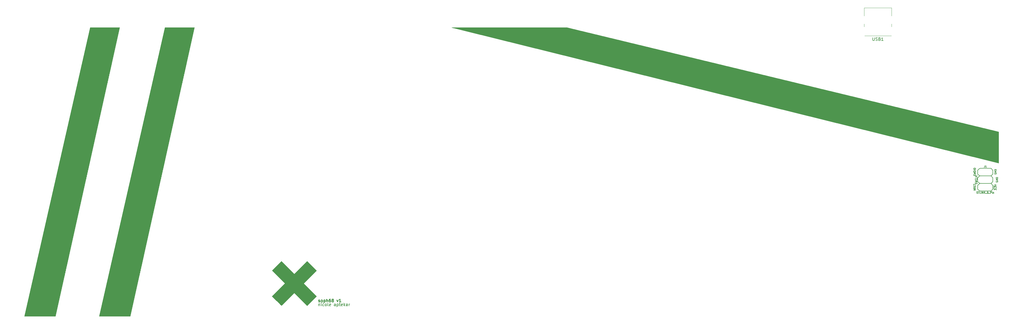
<source format=gbr>
G04 #@! TF.GenerationSoftware,KiCad,Pcbnew,(5.1.4)-1*
G04 #@! TF.CreationDate,2020-07-02T23:01:46-04:00*
G04 #@! TF.ProjectId,soph68,736f7068-3638-42e6-9b69-6361645f7063,rev?*
G04 #@! TF.SameCoordinates,Original*
G04 #@! TF.FileFunction,Legend,Top*
G04 #@! TF.FilePolarity,Positive*
%FSLAX46Y46*%
G04 Gerber Fmt 4.6, Leading zero omitted, Abs format (unit mm)*
G04 Created by KiCad (PCBNEW (5.1.4)-1) date 2020-07-02 23:01:46*
%MOMM*%
%LPD*%
G04 APERTURE LIST*
%ADD10C,0.100000*%
%ADD11C,0.250000*%
%ADD12C,0.150000*%
%ADD13C,0.120000*%
%ADD14C,0.203200*%
%ADD15C,0.127000*%
G04 APERTURE END LIST*
D10*
G36*
X352425000Y-82550000D02*
G01*
X352425000Y-93091000D01*
X168529000Y-47498000D01*
X207264000Y-47498000D01*
X352425000Y-82550000D01*
G37*
X352425000Y-82550000D02*
X352425000Y-93091000D01*
X168529000Y-47498000D01*
X207264000Y-47498000D01*
X352425000Y-82550000D01*
G36*
X60452000Y-144526000D02*
G01*
X50038000Y-144526000D01*
X72136000Y-47498000D01*
X82042000Y-47498000D01*
X60452000Y-144526000D01*
G37*
X60452000Y-144526000D02*
X50038000Y-144526000D01*
X72136000Y-47498000D01*
X82042000Y-47498000D01*
X60452000Y-144526000D01*
G36*
X35306000Y-144526000D02*
G01*
X24892000Y-144526000D01*
X46990000Y-47498000D01*
X56896000Y-47498000D01*
X35306000Y-144526000D01*
G37*
X35306000Y-144526000D02*
X24892000Y-144526000D01*
X46990000Y-47498000D01*
X56896000Y-47498000D01*
X35306000Y-144526000D01*
D11*
X123735935Y-139700901D02*
X123831173Y-139748520D01*
X124021649Y-139748520D01*
X124116887Y-139700901D01*
X124164506Y-139605663D01*
X124164506Y-139558044D01*
X124116887Y-139462806D01*
X124021649Y-139415187D01*
X123878792Y-139415187D01*
X123783554Y-139367568D01*
X123735935Y-139272330D01*
X123735935Y-139224711D01*
X123783554Y-139129473D01*
X123878792Y-139081854D01*
X124021649Y-139081854D01*
X124116887Y-139129473D01*
X124735935Y-139748520D02*
X124640697Y-139700901D01*
X124593078Y-139653282D01*
X124545459Y-139558044D01*
X124545459Y-139272330D01*
X124593078Y-139177092D01*
X124640697Y-139129473D01*
X124735935Y-139081854D01*
X124878792Y-139081854D01*
X124974030Y-139129473D01*
X125021649Y-139177092D01*
X125069268Y-139272330D01*
X125069268Y-139558044D01*
X125021649Y-139653282D01*
X124974030Y-139700901D01*
X124878792Y-139748520D01*
X124735935Y-139748520D01*
X125497840Y-139081854D02*
X125497840Y-140081854D01*
X125497840Y-139129473D02*
X125593078Y-139081854D01*
X125783554Y-139081854D01*
X125878792Y-139129473D01*
X125926411Y-139177092D01*
X125974030Y-139272330D01*
X125974030Y-139558044D01*
X125926411Y-139653282D01*
X125878792Y-139700901D01*
X125783554Y-139748520D01*
X125593078Y-139748520D01*
X125497840Y-139700901D01*
X126402601Y-139748520D02*
X126402601Y-138748520D01*
X126831173Y-139748520D02*
X126831173Y-139224711D01*
X126783554Y-139129473D01*
X126688316Y-139081854D01*
X126545459Y-139081854D01*
X126450220Y-139129473D01*
X126402601Y-139177092D01*
X127735935Y-138748520D02*
X127545459Y-138748520D01*
X127450220Y-138796140D01*
X127402601Y-138843759D01*
X127307363Y-138986616D01*
X127259744Y-139177092D01*
X127259744Y-139558044D01*
X127307363Y-139653282D01*
X127354982Y-139700901D01*
X127450220Y-139748520D01*
X127640697Y-139748520D01*
X127735935Y-139700901D01*
X127783554Y-139653282D01*
X127831173Y-139558044D01*
X127831173Y-139319949D01*
X127783554Y-139224711D01*
X127735935Y-139177092D01*
X127640697Y-139129473D01*
X127450220Y-139129473D01*
X127354982Y-139177092D01*
X127307363Y-139224711D01*
X127259744Y-139319949D01*
X128402601Y-139177092D02*
X128307363Y-139129473D01*
X128259744Y-139081854D01*
X128212125Y-138986616D01*
X128212125Y-138938997D01*
X128259744Y-138843759D01*
X128307363Y-138796140D01*
X128402601Y-138748520D01*
X128593078Y-138748520D01*
X128688316Y-138796140D01*
X128735935Y-138843759D01*
X128783554Y-138938997D01*
X128783554Y-138986616D01*
X128735935Y-139081854D01*
X128688316Y-139129473D01*
X128593078Y-139177092D01*
X128402601Y-139177092D01*
X128307363Y-139224711D01*
X128259744Y-139272330D01*
X128212125Y-139367568D01*
X128212125Y-139558044D01*
X128259744Y-139653282D01*
X128307363Y-139700901D01*
X128402601Y-139748520D01*
X128593078Y-139748520D01*
X128688316Y-139700901D01*
X128735935Y-139653282D01*
X128783554Y-139558044D01*
X128783554Y-139367568D01*
X128735935Y-139272330D01*
X128688316Y-139224711D01*
X128593078Y-139177092D01*
X129878792Y-139081854D02*
X130116887Y-139748520D01*
X130354982Y-139081854D01*
X131259744Y-139748520D02*
X130688316Y-139748520D01*
X130974030Y-139748520D02*
X130974030Y-138748520D01*
X130878792Y-138891378D01*
X130783554Y-138986616D01*
X130688316Y-139034235D01*
D12*
X123765323Y-140428054D02*
X123765323Y-141094720D01*
X123765323Y-140523292D02*
X123812942Y-140475673D01*
X123908180Y-140428054D01*
X124051038Y-140428054D01*
X124146276Y-140475673D01*
X124193895Y-140570911D01*
X124193895Y-141094720D01*
X124670085Y-141094720D02*
X124670085Y-140428054D01*
X124670085Y-140094720D02*
X124622466Y-140142340D01*
X124670085Y-140189959D01*
X124717704Y-140142340D01*
X124670085Y-140094720D01*
X124670085Y-140189959D01*
X125574847Y-141047101D02*
X125479609Y-141094720D01*
X125289133Y-141094720D01*
X125193895Y-141047101D01*
X125146276Y-140999482D01*
X125098657Y-140904244D01*
X125098657Y-140618530D01*
X125146276Y-140523292D01*
X125193895Y-140475673D01*
X125289133Y-140428054D01*
X125479609Y-140428054D01*
X125574847Y-140475673D01*
X126146276Y-141094720D02*
X126051038Y-141047101D01*
X126003419Y-140999482D01*
X125955800Y-140904244D01*
X125955800Y-140618530D01*
X126003419Y-140523292D01*
X126051038Y-140475673D01*
X126146276Y-140428054D01*
X126289133Y-140428054D01*
X126384371Y-140475673D01*
X126431990Y-140523292D01*
X126479609Y-140618530D01*
X126479609Y-140904244D01*
X126431990Y-140999482D01*
X126384371Y-141047101D01*
X126289133Y-141094720D01*
X126146276Y-141094720D01*
X127051038Y-141094720D02*
X126955800Y-141047101D01*
X126908180Y-140951863D01*
X126908180Y-140094720D01*
X127812942Y-141047101D02*
X127717704Y-141094720D01*
X127527228Y-141094720D01*
X127431990Y-141047101D01*
X127384371Y-140951863D01*
X127384371Y-140570911D01*
X127431990Y-140475673D01*
X127527228Y-140428054D01*
X127717704Y-140428054D01*
X127812942Y-140475673D01*
X127860561Y-140570911D01*
X127860561Y-140666149D01*
X127384371Y-140761387D01*
X129479609Y-141094720D02*
X129479609Y-140570911D01*
X129431990Y-140475673D01*
X129336752Y-140428054D01*
X129146276Y-140428054D01*
X129051038Y-140475673D01*
X129479609Y-141047101D02*
X129384371Y-141094720D01*
X129146276Y-141094720D01*
X129051038Y-141047101D01*
X129003419Y-140951863D01*
X129003419Y-140856625D01*
X129051038Y-140761387D01*
X129146276Y-140713768D01*
X129384371Y-140713768D01*
X129479609Y-140666149D01*
X129955800Y-140428054D02*
X129955800Y-141428054D01*
X129955800Y-140475673D02*
X130051038Y-140428054D01*
X130241514Y-140428054D01*
X130336752Y-140475673D01*
X130384371Y-140523292D01*
X130431990Y-140618530D01*
X130431990Y-140904244D01*
X130384371Y-140999482D01*
X130336752Y-141047101D01*
X130241514Y-141094720D01*
X130051038Y-141094720D01*
X129955800Y-141047101D01*
X130717704Y-140428054D02*
X131098657Y-140428054D01*
X130860561Y-140094720D02*
X130860561Y-140951863D01*
X130908180Y-141047101D01*
X131003419Y-141094720D01*
X131098657Y-141094720D01*
X131812942Y-141047101D02*
X131717704Y-141094720D01*
X131527228Y-141094720D01*
X131431990Y-141047101D01*
X131384371Y-140951863D01*
X131384371Y-140570911D01*
X131431990Y-140475673D01*
X131527228Y-140428054D01*
X131717704Y-140428054D01*
X131812942Y-140475673D01*
X131860561Y-140570911D01*
X131860561Y-140666149D01*
X131384371Y-140761387D01*
X132289133Y-141094720D02*
X132289133Y-140094720D01*
X132384371Y-140713768D02*
X132670085Y-141094720D01*
X132670085Y-140428054D02*
X132289133Y-140809006D01*
X133527228Y-141094720D02*
X133527228Y-140570911D01*
X133479609Y-140475673D01*
X133384371Y-140428054D01*
X133193895Y-140428054D01*
X133098657Y-140475673D01*
X133527228Y-141047101D02*
X133431990Y-141094720D01*
X133193895Y-141094720D01*
X133098657Y-141047101D01*
X133051038Y-140951863D01*
X133051038Y-140856625D01*
X133098657Y-140761387D01*
X133193895Y-140713768D01*
X133431990Y-140713768D01*
X133527228Y-140666149D01*
X134003419Y-141094720D02*
X134003419Y-140428054D01*
X134003419Y-140618530D02*
X134051038Y-140523292D01*
X134098657Y-140475673D01*
X134193895Y-140428054D01*
X134289133Y-140428054D01*
D10*
G36*
X121538988Y-127634988D02*
G01*
X123146208Y-129243880D01*
X120988560Y-131402773D01*
X118830912Y-133561667D01*
X123146762Y-137880007D01*
X121559884Y-139466884D01*
X119973007Y-141053762D01*
X115654667Y-136737912D01*
X113516222Y-138875122D01*
X113021900Y-139368011D01*
X112565592Y-139820786D01*
X112161030Y-140219995D01*
X111821941Y-140552182D01*
X111562056Y-140803895D01*
X111395105Y-140961680D01*
X111335220Y-141012333D01*
X111266482Y-140954862D01*
X111094475Y-140792879D01*
X110835245Y-140542027D01*
X110504839Y-140217949D01*
X110119303Y-139836290D01*
X109706093Y-139424115D01*
X108119525Y-137835896D01*
X110278441Y-135678226D01*
X112437357Y-133520555D01*
X110278227Y-131360227D01*
X108119097Y-129199898D01*
X109707433Y-127613212D01*
X111295770Y-126026525D01*
X113453441Y-128185441D01*
X115611111Y-130344357D01*
X117771440Y-128185227D01*
X119931768Y-126026097D01*
X121538988Y-127634988D01*
X121538988Y-127634988D01*
G37*
D13*
X316453000Y-47257000D02*
X316453000Y-46357000D01*
X307263000Y-47257000D02*
X307263000Y-46357000D01*
X316453000Y-43657000D02*
X316453000Y-40927000D01*
X307263000Y-43657000D02*
X307263000Y-40927000D01*
X316333000Y-50337000D02*
X307383000Y-50337000D01*
X316453000Y-40927000D02*
X307263000Y-40927000D01*
D14*
X350852740Y-101854000D02*
X350852740Y-100584000D01*
X350852740Y-100584000D02*
X350852740Y-101854000D01*
X350520000Y-101854000D02*
X350520000Y-100584000D01*
X350520000Y-99314000D02*
X350520000Y-98044000D01*
X350520000Y-96774000D02*
X350520000Y-95504000D01*
X346075000Y-94869000D02*
X349885000Y-94869000D01*
X346075000Y-97409000D02*
X349885000Y-97409000D01*
X346075000Y-99949000D02*
X349885000Y-99949000D01*
X345440000Y-95504000D02*
X346075000Y-94869000D01*
X345440000Y-96774000D02*
X345440000Y-95504000D01*
X346075000Y-97409000D02*
X345440000Y-96774000D01*
X345440000Y-98044000D02*
X346075000Y-97409000D01*
X345440000Y-99314000D02*
X345440000Y-98044000D01*
X346075000Y-99949000D02*
X345440000Y-99314000D01*
X345440000Y-100584000D02*
X346075000Y-99949000D01*
X345440000Y-101854000D02*
X345440000Y-100584000D01*
X346075000Y-102489000D02*
X345440000Y-101854000D01*
X349885000Y-102489000D02*
X346075000Y-102489000D01*
X350520000Y-95504000D02*
X349885000Y-94869000D01*
X349885000Y-97409000D02*
X350520000Y-96774000D01*
X350520000Y-98044000D02*
X349885000Y-97409000D01*
X349885000Y-99949000D02*
X350520000Y-99314000D01*
X350520000Y-100584000D02*
X349885000Y-99949000D01*
X349885000Y-102489000D02*
X350520000Y-101854000D01*
D12*
X310119904Y-50909380D02*
X310119904Y-51718904D01*
X310167523Y-51814142D01*
X310215142Y-51861761D01*
X310310380Y-51909380D01*
X310500857Y-51909380D01*
X310596095Y-51861761D01*
X310643714Y-51814142D01*
X310691333Y-51718904D01*
X310691333Y-50909380D01*
X311119904Y-51861761D02*
X311262761Y-51909380D01*
X311500857Y-51909380D01*
X311596095Y-51861761D01*
X311643714Y-51814142D01*
X311691333Y-51718904D01*
X311691333Y-51623666D01*
X311643714Y-51528428D01*
X311596095Y-51480809D01*
X311500857Y-51433190D01*
X311310380Y-51385571D01*
X311215142Y-51337952D01*
X311167523Y-51290333D01*
X311119904Y-51195095D01*
X311119904Y-51099857D01*
X311167523Y-51004619D01*
X311215142Y-50957000D01*
X311310380Y-50909380D01*
X311548476Y-50909380D01*
X311691333Y-50957000D01*
X312453238Y-51385571D02*
X312596095Y-51433190D01*
X312643714Y-51480809D01*
X312691333Y-51576047D01*
X312691333Y-51718904D01*
X312643714Y-51814142D01*
X312596095Y-51861761D01*
X312500857Y-51909380D01*
X312119904Y-51909380D01*
X312119904Y-50909380D01*
X312453238Y-50909380D01*
X312548476Y-50957000D01*
X312596095Y-51004619D01*
X312643714Y-51099857D01*
X312643714Y-51195095D01*
X312596095Y-51290333D01*
X312548476Y-51337952D01*
X312453238Y-51385571D01*
X312119904Y-51385571D01*
X313643714Y-51909380D02*
X313072285Y-51909380D01*
X313358000Y-51909380D02*
X313358000Y-50909380D01*
X313262761Y-51052238D01*
X313167523Y-51147476D01*
X313072285Y-51195095D01*
D15*
X347776800Y-93900171D02*
X347776800Y-94335600D01*
X347747771Y-94422685D01*
X347689714Y-94480742D01*
X347602628Y-94509771D01*
X347544571Y-94509771D01*
X348386400Y-94509771D02*
X348038057Y-94509771D01*
X348212228Y-94509771D02*
X348212228Y-93900171D01*
X348154171Y-93987257D01*
X348096114Y-94045314D01*
X348038057Y-94074342D01*
X345077142Y-103243742D02*
X345164228Y-103272771D01*
X345309371Y-103272771D01*
X345367428Y-103243742D01*
X345396457Y-103214714D01*
X345425485Y-103156657D01*
X345425485Y-103098600D01*
X345396457Y-103040542D01*
X345367428Y-103011514D01*
X345309371Y-102982485D01*
X345193257Y-102953457D01*
X345135200Y-102924428D01*
X345106171Y-102895400D01*
X345077142Y-102837342D01*
X345077142Y-102779285D01*
X345106171Y-102721228D01*
X345135200Y-102692200D01*
X345193257Y-102663171D01*
X345338400Y-102663171D01*
X345425485Y-102692200D01*
X345599657Y-102663171D02*
X345948000Y-102663171D01*
X345773828Y-103272771D02*
X345773828Y-102663171D01*
X346441485Y-103272771D02*
X346151200Y-103272771D01*
X346151200Y-102663171D01*
X346644685Y-103272771D02*
X346644685Y-102663171D01*
X346934971Y-103272771D02*
X346934971Y-102663171D01*
X347283314Y-103272771D01*
X347283314Y-102663171D01*
X347573600Y-103272771D02*
X347573600Y-102663171D01*
X347921942Y-103272771D02*
X347660685Y-102924428D01*
X347921942Y-102663171D02*
X347573600Y-103011514D01*
X348038057Y-103330828D02*
X348502514Y-103330828D01*
X348908914Y-102663171D02*
X348792800Y-102663171D01*
X348734742Y-102692200D01*
X348705714Y-102721228D01*
X348647657Y-102808314D01*
X348618628Y-102924428D01*
X348618628Y-103156657D01*
X348647657Y-103214714D01*
X348676685Y-103243742D01*
X348734742Y-103272771D01*
X348850857Y-103272771D01*
X348908914Y-103243742D01*
X348937942Y-103214714D01*
X348966971Y-103156657D01*
X348966971Y-103011514D01*
X348937942Y-102953457D01*
X348908914Y-102924428D01*
X348850857Y-102895400D01*
X348734742Y-102895400D01*
X348676685Y-102924428D01*
X348647657Y-102953457D01*
X348618628Y-103011514D01*
X349083085Y-103330828D02*
X349547542Y-103330828D01*
X349692685Y-103272771D02*
X349692685Y-102663171D01*
X349924914Y-102663171D01*
X349982971Y-102692200D01*
X350012000Y-102721228D01*
X350041028Y-102779285D01*
X350041028Y-102866371D01*
X350012000Y-102924428D01*
X349982971Y-102953457D01*
X349924914Y-102982485D01*
X349692685Y-102982485D01*
X350302285Y-103272771D02*
X350302285Y-102866371D01*
X350302285Y-102663171D02*
X350273257Y-102692200D01*
X350302285Y-102721228D01*
X350331314Y-102692200D01*
X350302285Y-102663171D01*
X350302285Y-102721228D01*
X350592571Y-102866371D02*
X350592571Y-103272771D01*
X350592571Y-102924428D02*
X350621600Y-102895400D01*
X350679657Y-102866371D01*
X350766742Y-102866371D01*
X350824800Y-102895400D01*
X350853828Y-102953457D01*
X350853828Y-103272771D01*
X345178742Y-100057857D02*
X345207771Y-99970771D01*
X345207771Y-99825628D01*
X345178742Y-99767571D01*
X345149714Y-99738542D01*
X345091657Y-99709514D01*
X345033600Y-99709514D01*
X344975542Y-99738542D01*
X344946514Y-99767571D01*
X344917485Y-99825628D01*
X344888457Y-99941742D01*
X344859428Y-99999800D01*
X344830400Y-100028828D01*
X344772342Y-100057857D01*
X344714285Y-100057857D01*
X344656228Y-100028828D01*
X344627200Y-99999800D01*
X344598171Y-99941742D01*
X344598171Y-99796600D01*
X344627200Y-99709514D01*
X344598171Y-99506314D02*
X345207771Y-99361171D01*
X344772342Y-99245057D01*
X345207771Y-99128942D01*
X344598171Y-98983800D01*
X345149714Y-98403228D02*
X345178742Y-98432257D01*
X345207771Y-98519342D01*
X345207771Y-98577400D01*
X345178742Y-98664485D01*
X345120685Y-98722542D01*
X345062628Y-98751571D01*
X344946514Y-98780600D01*
X344859428Y-98780600D01*
X344743314Y-98751571D01*
X344685257Y-98722542D01*
X344627200Y-98664485D01*
X344598171Y-98577400D01*
X344598171Y-98519342D01*
X344627200Y-98432257D01*
X344656228Y-98403228D01*
X345207771Y-97851685D02*
X345207771Y-98141971D01*
X344598171Y-98141971D01*
X345207771Y-97648485D02*
X344598171Y-97648485D01*
X345207771Y-97300142D02*
X344859428Y-97561400D01*
X344598171Y-97300142D02*
X344946514Y-97648485D01*
X344699771Y-102220485D02*
X344090171Y-102220485D01*
X344699771Y-101872142D01*
X344090171Y-101872142D01*
X344699771Y-101233514D02*
X344409485Y-101436714D01*
X344699771Y-101581857D02*
X344090171Y-101581857D01*
X344090171Y-101349628D01*
X344119200Y-101291571D01*
X344148228Y-101262542D01*
X344206285Y-101233514D01*
X344293371Y-101233514D01*
X344351428Y-101262542D01*
X344380457Y-101291571D01*
X344409485Y-101349628D01*
X344409485Y-101581857D01*
X344670742Y-101001285D02*
X344699771Y-100914200D01*
X344699771Y-100769057D01*
X344670742Y-100711000D01*
X344641714Y-100681971D01*
X344583657Y-100652942D01*
X344525600Y-100652942D01*
X344467542Y-100681971D01*
X344438514Y-100711000D01*
X344409485Y-100769057D01*
X344380457Y-100885171D01*
X344351428Y-100943228D01*
X344322400Y-100972257D01*
X344264342Y-101001285D01*
X344206285Y-101001285D01*
X344148228Y-100972257D01*
X344119200Y-100943228D01*
X344090171Y-100885171D01*
X344090171Y-100740028D01*
X344119200Y-100652942D01*
X344090171Y-100478771D02*
X344090171Y-100130428D01*
X344699771Y-100304600D02*
X344090171Y-100304600D01*
X344670742Y-97303771D02*
X344699771Y-97216685D01*
X344699771Y-97071542D01*
X344670742Y-97013485D01*
X344641714Y-96984457D01*
X344583657Y-96955428D01*
X344525600Y-96955428D01*
X344467542Y-96984457D01*
X344438514Y-97013485D01*
X344409485Y-97071542D01*
X344380457Y-97187657D01*
X344351428Y-97245714D01*
X344322400Y-97274742D01*
X344264342Y-97303771D01*
X344206285Y-97303771D01*
X344148228Y-97274742D01*
X344119200Y-97245714D01*
X344090171Y-97187657D01*
X344090171Y-97042514D01*
X344119200Y-96955428D01*
X344090171Y-96752228D02*
X344699771Y-96607085D01*
X344264342Y-96490971D01*
X344699771Y-96374857D01*
X344090171Y-96229714D01*
X344699771Y-95997485D02*
X344090171Y-95997485D01*
X344090171Y-95852342D01*
X344119200Y-95765257D01*
X344177257Y-95707200D01*
X344235314Y-95678171D01*
X344351428Y-95649142D01*
X344438514Y-95649142D01*
X344554628Y-95678171D01*
X344612685Y-95707200D01*
X344670742Y-95765257D01*
X344699771Y-95852342D01*
X344699771Y-95997485D01*
X344699771Y-95387885D02*
X344090171Y-95387885D01*
X344090171Y-94981485D02*
X344090171Y-94865371D01*
X344119200Y-94807314D01*
X344177257Y-94749257D01*
X344293371Y-94720228D01*
X344496571Y-94720228D01*
X344612685Y-94749257D01*
X344670742Y-94807314D01*
X344699771Y-94865371D01*
X344699771Y-94981485D01*
X344670742Y-95039542D01*
X344612685Y-95097600D01*
X344496571Y-95126628D01*
X344293371Y-95126628D01*
X344177257Y-95097600D01*
X344119200Y-95039542D01*
X344090171Y-94981485D01*
X351612200Y-99143457D02*
X351583171Y-99201514D01*
X351583171Y-99288600D01*
X351612200Y-99375685D01*
X351670257Y-99433742D01*
X351728314Y-99462771D01*
X351844428Y-99491800D01*
X351931514Y-99491800D01*
X352047628Y-99462771D01*
X352105685Y-99433742D01*
X352163742Y-99375685D01*
X352192771Y-99288600D01*
X352192771Y-99230542D01*
X352163742Y-99143457D01*
X352134714Y-99114428D01*
X351931514Y-99114428D01*
X351931514Y-99230542D01*
X352192771Y-98853171D02*
X351583171Y-98853171D01*
X352192771Y-98504828D01*
X351583171Y-98504828D01*
X352192771Y-98214542D02*
X351583171Y-98214542D01*
X351583171Y-98069400D01*
X351612200Y-97982314D01*
X351670257Y-97924257D01*
X351728314Y-97895228D01*
X351844428Y-97866200D01*
X351931514Y-97866200D01*
X352047628Y-97895228D01*
X352105685Y-97924257D01*
X352163742Y-97982314D01*
X352192771Y-98069400D01*
X352192771Y-98214542D01*
X351104200Y-96476457D02*
X351075171Y-96534514D01*
X351075171Y-96621600D01*
X351104200Y-96708685D01*
X351162257Y-96766742D01*
X351220314Y-96795771D01*
X351336428Y-96824800D01*
X351423514Y-96824800D01*
X351539628Y-96795771D01*
X351597685Y-96766742D01*
X351655742Y-96708685D01*
X351684771Y-96621600D01*
X351684771Y-96563542D01*
X351655742Y-96476457D01*
X351626714Y-96447428D01*
X351423514Y-96447428D01*
X351423514Y-96563542D01*
X351684771Y-96186171D02*
X351075171Y-96186171D01*
X351684771Y-95837828D01*
X351075171Y-95837828D01*
X351684771Y-95547542D02*
X351075171Y-95547542D01*
X351075171Y-95402400D01*
X351104200Y-95315314D01*
X351162257Y-95257257D01*
X351220314Y-95228228D01*
X351336428Y-95199200D01*
X351423514Y-95199200D01*
X351539628Y-95228228D01*
X351597685Y-95257257D01*
X351655742Y-95315314D01*
X351684771Y-95402400D01*
X351684771Y-95547542D01*
X351075171Y-102118885D02*
X351075171Y-101741514D01*
X351307400Y-101944714D01*
X351307400Y-101857628D01*
X351336428Y-101799571D01*
X351365457Y-101770542D01*
X351423514Y-101741514D01*
X351568657Y-101741514D01*
X351626714Y-101770542D01*
X351655742Y-101799571D01*
X351684771Y-101857628D01*
X351684771Y-102031800D01*
X351655742Y-102089857D01*
X351626714Y-102118885D01*
X351626714Y-101480257D02*
X351655742Y-101451228D01*
X351684771Y-101480257D01*
X351655742Y-101509285D01*
X351626714Y-101480257D01*
X351684771Y-101480257D01*
X351075171Y-101248028D02*
X351075171Y-100870657D01*
X351307400Y-101073857D01*
X351307400Y-100986771D01*
X351336428Y-100928714D01*
X351365457Y-100899685D01*
X351423514Y-100870657D01*
X351568657Y-100870657D01*
X351626714Y-100899685D01*
X351655742Y-100928714D01*
X351684771Y-100986771D01*
X351684771Y-101160942D01*
X351655742Y-101219000D01*
X351626714Y-101248028D01*
X351075171Y-100696485D02*
X351684771Y-100493285D01*
X351075171Y-100290085D01*
M02*

</source>
